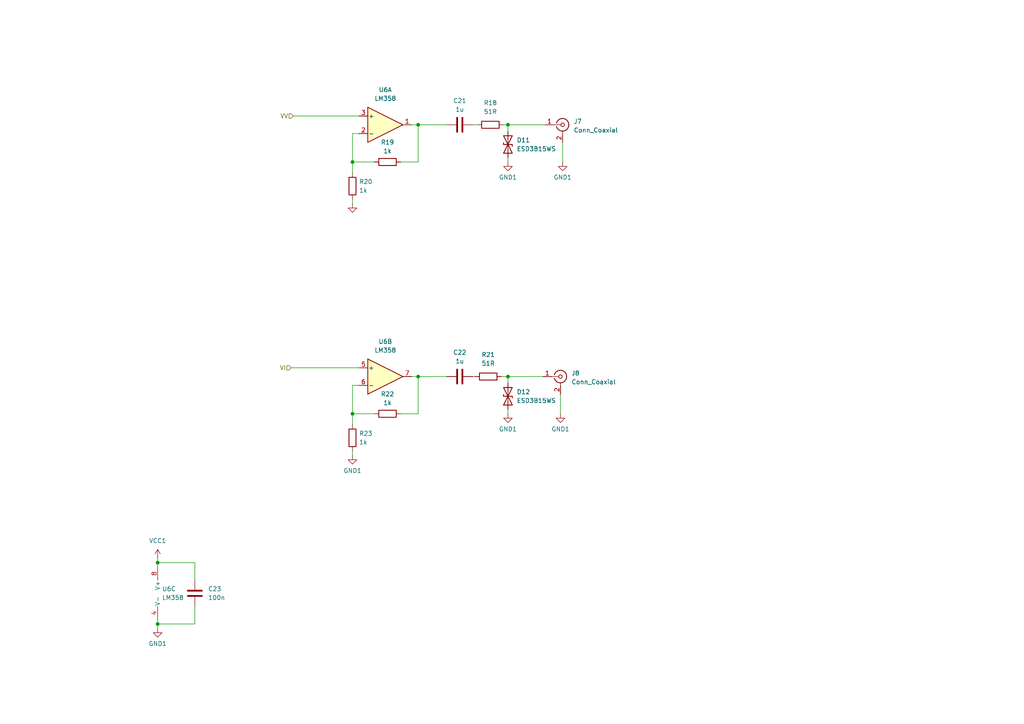
<source format=kicad_sch>
(kicad_sch (version 20231120) (generator "eeschema") (generator_version "8.0")
  (paper "A4")
  (lib_symbols
    (symbol "Amplifier_Operational:LM358" (pin_names (offset 0.127))
      (property "Reference" "U" (at 0 5.08 0))
      (property "Value" "LM358" (at 0 -5.08 0))
      (symbol "LM358_1_1"
        (polyline (pts (xy -5.08 5.08) (xy 5.08 0) (xy -5.08 -5.08) (xy -5.08 5.08)) (stroke (width 0.254)) (fill (type background)))
        (pin output line (at 7.62 0 180) (length 2.54) (name "~") (number "1"))
        (pin input line (at -7.62 -2.54 0) (length 2.54) (name "-") (number "2"))
        (pin input line (at -7.62 2.54 0) (length 2.54) (name "+") (number "3"))
      )
      (symbol "LM358_2_1"
        (polyline (pts (xy -5.08 5.08) (xy 5.08 0) (xy -5.08 -5.08) (xy -5.08 5.08)) (stroke (width 0.254)) (fill (type background)))
        (pin input line (at -7.62 2.54 0) (length 2.54) (name "+") (number "5"))
        (pin input line (at -7.62 -2.54 0) (length 2.54) (name "-") (number "6"))
        (pin output line (at 7.62 0 180) (length 2.54) (name "~") (number "7"))
      )
      (symbol "LM358_3_1"
        (pin power_in line (at -2.54 -7.62 90) (length 3.81) (name "V-") (number "4"))
        (pin power_in line (at -2.54 7.62 270) (length 3.81) (name "V+") (number "8"))
      )
    )
    (symbol "Connector:Conn_Coaxial" (pin_names (offset 1.016) hide)
      (property "Reference" "J" (at 0.254 3.048 0))
      (property "Value" "Conn_Coaxial" (at 2.921 0 90))
      (symbol "Conn_Coaxial_0_1"
        (arc (start -1.778 -0.508) (mid 0.2311 -1.8066) (end 1.778 0) (stroke (width 0.254)))
        (polyline (pts (xy -2.54 0) (xy -0.508 0)))
        (polyline (pts (xy 0 -2.54) (xy 0 -1.778)))
        (circle (center 0 0) (radius 0.508) (stroke (width 0.2032)))
        (arc (start 1.778 0) (mid 0.2099 1.8101) (end -1.778 0.508) (stroke (width 0.254)))
      )
      (symbol "Conn_Coaxial_1_1"
        (pin passive line (at -5.08 0 0) (length 2.54) (name "In") (number "1"))
        (pin passive line (at 0 -5.08 90) (length 2.54) (name "Ext") (number "2"))
      )
    )
    (symbol "Koszalix_Capacitors_Ceramic_Walsin_0603:CAP_100n_X7R" (pin_numbers hide) (pin_names (offset 0) hide)
      (property "Reference" "C" (at 3.81 1.27 0))
      (property "Value" "100n" (at 5.08 -1.27 0))
      (symbol "CAP_100n_X7R_0_1"
        (polyline (pts (xy -2.032 -0.762) (xy 2.032 -0.762)) (stroke (width 0.508)))
        (polyline (pts (xy -2.032 0.762) (xy 2.032 0.762)) (stroke (width 0.508)))
      )
      (symbol "CAP_100n_X7R_1_1"
        (pin passive line (at 0 3.81 270) (length 2.794) (name "~") (number "1"))
        (pin passive line (at 0 -3.81 90) (length 2.794) (name "~") (number "2"))
      )
    )
    (symbol "Koszalix_Capacitors_Ceramic_Walsin_0603:CAP_1u_X7R" (pin_numbers hide) (pin_names (offset 0) hide)
      (property "Reference" "C" (at 3.81 1.27 0))
      (property "Value" "1u" (at 5.08 -1.27 0))
      (symbol "CAP_1u_X7R_0_1"
        (polyline (pts (xy -2.032 -0.762) (xy 2.032 -0.762)) (stroke (width 0.508)))
        (polyline (pts (xy -2.032 0.762) (xy 2.032 0.762)) (stroke (width 0.508)))
      )
      (symbol "CAP_1u_X7R_1_1"
        (pin passive line (at 0 3.81 270) (length 2.794) (name "~") (number "1"))
        (pin passive line (at 0 -3.81 90) (length 2.794) (name "~") (number "2"))
      )
    )
    (symbol "Koszalix_PWR_Symbols:VCC1" (power) (in_bom no) (on_board no)
      (property "Value" "VCC1" (at 1.524 1.524 0))
      (symbol "VCC1_0_1"
        (polyline (pts (xy -0.762 1.27) (xy 0 2.54)))
        (polyline (pts (xy 0 0) (xy 0 2.54)))
        (polyline (pts (xy 0 2.54) (xy 0.762 1.27)))
      )
      (symbol "VCC1_1_1"
        (pin power_in line (at 0 0 0) (length 0) hide (name "VCC") (number "1"))
      )
    )
    (symbol "Koszalix_Resistors_Yageo_RC0603:RES_1k_0603" (pin_numbers hide) (pin_names (offset 0) hide)
      (property "Reference" "R" (at 2.54 1.27 0))
      (property "Value" "1k" (at 2.54 -1.27 0))
      (symbol "RES_1k_0603_0_1"
        (rectangle (start -1.016 -2.54) (end 1.016 2.54) (stroke (width 0.254)))
      )
      (symbol "RES_1k_0603_1_1"
        (pin passive line (at 0 3.81 270) (length 1.27) (name "~") (number "1"))
        (pin passive line (at 0 -3.81 90) (length 1.27) (name "~") (number "2"))
      )
    )
    (symbol "Koszalix_Resistors_Yageo_RC0603:RES_51R_0603" (pin_numbers hide) (pin_names (offset 0) hide)
      (property "Reference" "R" (at 2.54 1.27 0))
      (property "Value" "51R" (at 2.54 -1.27 0))
      (symbol "RES_51R_0603_0_1"
        (rectangle (start -1.016 -2.54) (end 1.016 2.54) (stroke (width 0.254)))
      )
      (symbol "RES_51R_0603_1_1"
        (pin passive line (at 0 3.81 270) (length 1.27) (name "~") (number "1"))
        (pin passive line (at 0 -3.81 90) (length 1.27) (name "~") (number "2"))
      )
    )
    (symbol "Koszalix_TVS:ESD3B15WS" (pin_numbers hide) (pin_names (offset 0) hide)
      (property "Reference" "D" (at 0 0 0))
      (property "Value" "ESD3B15WS" (at 0 0 0))
      (symbol "ESD3B15WS_0_1"
        (polyline (pts (xy 2.54 2.54) (xy 0 2.54)))
        (polyline (pts (xy 1.778 3.81) (xy 1.27 3.81) (xy 1.27 1.27) (xy 0.762 1.27)) (stroke (width 0.254)))
        (polyline (pts (xy -1.27 3.81) (xy -1.27 1.27) (xy 3.81 3.81) (xy 3.81 1.27) (xy -1.27 3.81)) (stroke (width 0.254)))
      )
      (symbol "ESD3B15WS_1_1"
        (pin passive line (at -2.54 2.54 0) (length 2.54) (name "A1") (number "1"))
        (pin passive line (at 5.08 2.54 180) (length 2.54) (name "A2") (number "2"))
      )
    )
    (symbol "power:GND1" (power) (pin_names (offset 0))
      (property "Value" "GND1" (at 0 -3.81 0))
      (symbol "GND1_0_1"
        (polyline (pts (xy 0 0) (xy 0 -1.27) (xy 1.27 -1.27) (xy 0 -2.54) (xy -1.27 -1.27) (xy 0 -1.27)))
      )
      (symbol "GND1_1_1"
        (pin power_in line (at 0 0 270) (length 0) hide (name "GND1") (number "1"))
      )
    )
  )
  (junction (at 121.285 109.22))
  (junction (at 102.235 120.015))
  (junction (at 147.32 36.195))
  (junction (at 121.285 36.195))
  (junction (at 45.72 180.975))
  (junction (at 102.235 46.99))
  (junction (at 45.72 163.195))
  (junction (at 147.32 109.22))
  (wire (pts (xy 147.32 109.22) (xy 147.32 111.125)))
  (wire (pts (xy 116.205 120.015) (xy 121.285 120.015)))
  (wire (pts (xy 121.285 36.195) (xy 121.285 46.99)))
  (wire (pts (xy 147.32 36.195) (xy 147.32 38.1)))
  (wire (pts (xy 85.09 33.655) (xy 104.14 33.655)))
  (wire (pts (xy 116.205 46.99) (xy 121.285 46.99)))
  (wire (pts (xy 56.515 163.195) (xy 56.515 168.275)))
  (wire (pts (xy 147.32 46.99) (xy 147.32 45.72)))
  (wire (pts (xy 146.05 36.195) (xy 147.32 36.195)))
  (wire (pts (xy 102.235 46.99) (xy 102.235 50.165)))
  (wire (pts (xy 119.38 109.22) (xy 121.285 109.22)))
  (wire (pts (xy 102.235 120.015) (xy 102.235 123.19)))
  (wire (pts (xy 102.235 120.015) (xy 108.585 120.015)))
  (wire (pts (xy 121.285 109.22) (xy 129.54 109.22)))
  (wire (pts (xy 102.235 130.81) (xy 102.235 132.08)))
  (wire (pts (xy 119.38 36.195) (xy 121.285 36.195)))
  (wire (pts (xy 45.72 163.195) (xy 56.515 163.195)))
  (wire (pts (xy 45.72 161.925) (xy 45.72 163.195)))
  (wire (pts (xy 137.16 36.195) (xy 138.43 36.195)))
  (wire (pts (xy 104.14 111.76) (xy 102.235 111.76)))
  (wire (pts (xy 102.235 46.99) (xy 108.585 46.99)))
  (wire (pts (xy 147.32 120.015) (xy 147.32 118.745)))
  (wire (pts (xy 162.56 114.3) (xy 162.56 120.015)))
  (wire (pts (xy 56.515 180.975) (xy 45.72 180.975)))
  (wire (pts (xy 147.32 109.22) (xy 157.48 109.22)))
  (wire (pts (xy 104.14 38.735) (xy 102.235 38.735)))
  (wire (pts (xy 147.32 36.195) (xy 158.115 36.195)))
  (wire (pts (xy 45.72 180.975) (xy 45.72 179.705)))
  (wire (pts (xy 56.515 175.895) (xy 56.515 180.975)))
  (wire (pts (xy 102.235 38.735) (xy 102.235 46.99)))
  (wire (pts (xy 102.235 57.785) (xy 102.235 59.055)))
  (wire (pts (xy 145.415 109.22) (xy 147.32 109.22)))
  (wire (pts (xy 45.72 182.245) (xy 45.72 180.975)))
  (wire (pts (xy 84.455 106.68) (xy 104.14 106.68)))
  (wire (pts (xy 163.195 41.275) (xy 163.195 46.99)))
  (wire (pts (xy 121.285 36.195) (xy 129.54 36.195)))
  (wire (pts (xy 121.285 109.22) (xy 121.285 120.015)))
  (wire (pts (xy 137.16 109.22) (xy 137.795 109.22)))
  (wire (pts (xy 102.235 111.76) (xy 102.235 120.015)))
  (wire (pts (xy 45.72 163.195) (xy 45.72 164.465)))
  (hierarchical_label "VV" (shape input) (at 85.09 33.655 180))
  (hierarchical_label "VI" (shape input) (at 84.455 106.68 180))
  (symbol (lib_id "Koszalix_PWR_Symbols:VCC1") (at 45.72 161.925 0) (unit 1) (in_bom no) (on_board no)
    (property "Reference" "#PWR071" (effects (hide yes)))
    (property "Value" "VCC1" (at 45.72 156.845 0))
  )
  (symbol (lib_id "Koszalix_Resistors_Yageo_RC0603:RES_1k_0603") (at 112.395 46.99 270) (unit 1)
    (property "Reference" "R19" (at 112.395 41.275 90))
    (property "Value" "1k" (at 112.395 43.815 90))
    (property "Footprint" "Resistor_SMD:R_0603_1608Metric" (effects (hide yes)))
    (property "Datasheet" "https://www.tme.eu/Document/d2a72e545e5c8eb7bf2a04fa97535928/rc0603yageo.pdf" (effects (hide yes)))
    (property "Description" "SMD Resistor" (effects (hide yes)))
    (property "Manufacturer" "YAGEO" (effects (hide yes)))
    (property "MPN" "RC0603FR-071k" (effects (hide yes)))
    (property "Maximum Working Voltage " "50 V" (effects (hide yes)))
    (property "Maximum Overload Voltage" "100 V" (effects (hide yes)))
    (property "Dielectric Withstanding Voltage " "100 V" (effects (hide yes)))
    (property "Temperature Coefficient" "200ppm" (effects (hide yes)))
    (property "Operating Temperature Range" "–55 °C to +155 °C" (effects (hide yes)))
    (property "Tolerance" "1%" (effects (hide yes)))
  )
  (symbol (lib_id "Koszalix_Capacitors_Ceramic_Walsin_0603:CAP_1u_X7R") (at 133.35 36.195 90) (unit 1)
    (property "Reference" "C21" (at 133.35 29.21 90))
    (property "Value" "1u" (at 133.35 31.75 90))
    (property "Footprint" "Capacitor_SMD:C_0603_1608Metric" (effects (hide yes)))
    (property "Datasheet" "https://www.tme.eu/Document/e45476bf270793f696988c4e93ce1237/ASC_General_Purpose.pdf" (effects (hide yes)))
    (property "Description" "SMD Capacitor" (effects (hide yes)))
    (property "Manufacturer" "Walsin" (effects (hide yes)))
    (property "MPN" "0603B105K500CT" (effects (hide yes)))
    (property "Tolerance" "10%" (effects (hide yes)))
    (property "Rated voltage" "50V" (effects (hide yes)))
    (property "Operating temperature" "-55°C to +125°C " (effects (hide yes)))
    (property "Capacitance characteristic" "±15%" (effects (hide yes)))
  )
  (symbol (lib_id "power:GND1") (at 163.195 46.99 0) (unit 1)
    (property "Reference" "#PWR066" (effects (hide yes)))
    (property "Value" "GND1" (at 163.195 51.435 0))
    (property "Description" "Power symbol creates a global label with name \"GND1\" , ground" (effects (hide yes)))
  )
  (symbol (lib_id "power:GND1") (at 102.235 132.08 0) (unit 1)
    (property "Reference" "#PWR070" (effects (hide yes)))
    (property "Value" "GND1" (at 102.235 136.525 0))
    (property "Description" "Power symbol creates a global label with name \"GND1\" , ground" (effects (hide yes)))
  )
  (symbol (lib_id "power:GND1") (at 147.32 46.99 0) (unit 1)
    (property "Reference" "#PWR065" (effects (hide yes)))
    (property "Value" "GND1" (at 147.32 51.435 0))
    (property "Description" "Power symbol creates a global label with name \"GND1\" , ground" (effects (hide yes)))
  )
  (symbol (lib_id "Koszalix_Resistors_Yageo_RC0603:RES_51R_0603") (at 141.605 109.22 90) (unit 1)
    (property "Reference" "R21" (at 141.605 102.87 90))
    (property "Value" "51R" (at 141.605 105.41 90))
    (property "Footprint" "Resistor_SMD:R_0603_1608Metric" (effects (hide yes)))
    (property "Datasheet" "https://www.tme.eu/Document/d2a72e545e5c8eb7bf2a04fa97535928/rc0603yageo.pdf" (effects (hide yes)))
    (property "Description" "SMD Resistor" (effects (hide yes)))
    (property "Manufacturer" "YAGEO" (effects (hide yes)))
    (property "MPN" "RC0603FR-0751R" (effects (hide yes)))
    (property "Maximum Working Voltage " "50 V" (effects (hide yes)))
    (property "Maximum Overload Voltage" "100 V" (effects (hide yes)))
    (property "Dielectric Withstanding Voltage " "100 V" (effects (hide yes)))
    (property "Temperature Coefficient" "200ppm" (effects (hide yes)))
    (property "Operating Temperature Range" "–55 °C to +155 °C" (effects (hide yes)))
    (property "Tolerance" "1%" (effects (hide yes)))
  )
  (symbol (lib_id "power:GND1") (at 45.72 182.245 0) (unit 1)
    (property "Reference" "#PWR072" (effects (hide yes)))
    (property "Value" "GND1" (at 45.72 186.69 0))
    (property "Description" "Power symbol creates a global label with name \"GND1\" , ground" (effects (hide yes)))
  )
  (symbol (lib_id "Koszalix_TVS:ESD3B15WS") (at 149.86 116.205 90) (unit 1)
    (property "Reference" "D12" (at 149.86 113.6649 90) (effects (justify right)))
    (property "Value" "ESD3B15WS" (at 149.86 116.2049 90) (effects (justify right)))
    (property "Footprint" "Diode_SMD:D_SOD-323_HandSoldering" (effects (hide yes)))
    (property "Datasheet" "https://www.tme.eu/Document/88a52fd2eb5b4d5ee459bc1d3a0ee07e/esd3b5v0ws.pdf" (effects (hide yes)))
  )
  (symbol (lib_id "Koszalix_Capacitors_Ceramic_Walsin_0603:CAP_100n_X7R") (at 56.515 172.085 0) (unit 1)
    (property "Reference" "C23" (at 60.325 170.8149 0) (effects (justify left)))
    (property "Value" "100n" (at 60.325 173.3549 0) (effects (justify left)))
    (property "Footprint" "Capacitor_SMD:C_0603_1608Metric" (effects (hide yes)))
    (property "Datasheet" "https://www.tme.eu/Document/e45476bf270793f696988c4e93ce1237/ASC_General_Purpose.pdf" (effects (hide yes)))
    (property "Description" "SMD Capacitor" (effects (hide yes)))
    (property "Manufacturer" "Walsin" (effects (hide yes)))
    (property "MPN" "0603B104K500CT" (effects (hide yes)))
    (property "Tolerance" "10%" (effects (hide yes)))
    (property "Rated voltage" "50V" (effects (hide yes)))
    (property "Operating temperature" "-55°C to +125°C " (effects (hide yes)))
    (property "Capacitance characteristic" "±15%" (effects (hide yes)))
  )
  (symbol (lib_id "Koszalix_Resistors_Yageo_RC0603:RES_1k_0603") (at 112.395 120.015 270) (unit 1)
    (property "Reference" "R22" (at 112.395 114.3 90))
    (property "Value" "1k" (at 112.395 116.84 90))
    (property "Footprint" "Resistor_SMD:R_0603_1608Metric" (effects (hide yes)))
    (property "Datasheet" "https://www.tme.eu/Document/d2a72e545e5c8eb7bf2a04fa97535928/rc0603yageo.pdf" (effects (hide yes)))
    (property "Description" "SMD Resistor" (effects (hide yes)))
    (property "Manufacturer" "YAGEO" (effects (hide yes)))
    (property "MPN" "RC0603FR-071k" (effects (hide yes)))
    (property "Maximum Working Voltage " "50 V" (effects (hide yes)))
    (property "Maximum Overload Voltage" "100 V" (effects (hide yes)))
    (property "Dielectric Withstanding Voltage " "100 V" (effects (hide yes)))
    (property "Temperature Coefficient" "200ppm" (effects (hide yes)))
    (property "Operating Temperature Range" "–55 °C to +155 °C" (effects (hide yes)))
    (property "Tolerance" "1%" (effects (hide yes)))
  )
  (symbol (lib_id "Connector:Conn_Coaxial") (at 163.195 36.195 0) (unit 1)
    (property "Reference" "J7" (at 166.37 35.2181 0) (effects (justify left)))
    (property "Value" "Conn_Coaxial" (at 166.37 37.7581 0) (effects (justify left)))
    (property "Footprint" "Connector_Coaxial:BNC_Amphenol_B6252HB-NPP3G-50_Horizontal" (effects (hide yes)))
    (property "Datasheet" " ~" (effects (hide yes)))
    (property "Description" "coaxial connector (BNC, SMA, SMB, SMC, Cinch/RCA, LEMO, ...)" (effects (hide yes)))
  )
  (symbol (lib_id "Koszalix_TVS:ESD3B15WS") (at 149.86 43.18 90) (unit 1)
    (property "Reference" "D11" (at 149.86 40.6399 90) (effects (justify right)))
    (property "Value" "ESD3B15WS" (at 149.86 43.1799 90) (effects (justify right)))
    (property "Footprint" "Diode_SMD:D_SOD-323_HandSoldering" (effects (hide yes)))
    (property "Datasheet" "https://www.tme.eu/Document/88a52fd2eb5b4d5ee459bc1d3a0ee07e/esd3b5v0ws.pdf" (effects (hide yes)))
  )
  (symbol (lib_id "power:GND1") (at 102.235 59.055 0) (unit 1)
    (property "Reference" "#PWR067" (effects (hide yes)))
    (property "Value" "GND1" (effects (hide yes)))
    (property "Description" "Power symbol creates a global label with name \"GND1\" , ground" (effects (hide yes)))
  )
  (symbol (lib_id "Koszalix_Capacitors_Ceramic_Walsin_0603:CAP_1u_X7R") (at 133.35 109.22 90) (unit 1)
    (property "Reference" "C22" (at 133.35 102.235 90))
    (property "Value" "1u" (at 133.35 104.775 90))
    (property "Footprint" "Capacitor_SMD:C_0603_1608Metric" (effects (hide yes)))
    (property "Datasheet" "https://www.tme.eu/Document/e45476bf270793f696988c4e93ce1237/ASC_General_Purpose.pdf" (effects (hide yes)))
    (property "Description" "SMD Capacitor" (effects (hide yes)))
    (property "Manufacturer" "Walsin" (effects (hide yes)))
    (property "MPN" "0603B105K500CT" (effects (hide yes)))
    (property "Tolerance" "10%" (effects (hide yes)))
    (property "Rated voltage" "50V" (effects (hide yes)))
    (property "Operating temperature" "-55°C to +125°C " (effects (hide yes)))
    (property "Capacitance characteristic" "±15%" (effects (hide yes)))
  )
  (symbol (lib_id "Koszalix_Resistors_Yageo_RC0603:RES_51R_0603") (at 142.24 36.195 90) (unit 1)
    (property "Reference" "R18" (at 142.24 29.845 90))
    (property "Value" "51R" (at 142.24 32.385 90))
    (property "Footprint" "Resistor_SMD:R_0603_1608Metric" (effects (hide yes)))
    (property "Datasheet" "https://www.tme.eu/Document/d2a72e545e5c8eb7bf2a04fa97535928/rc0603yageo.pdf" (effects (hide yes)))
    (property "Description" "SMD Resistor" (effects (hide yes)))
    (property "Manufacturer" "YAGEO" (effects (hide yes)))
    (property "MPN" "RC0603FR-0751R" (effects (hide yes)))
    (property "Maximum Working Voltage " "50 V" (effects (hide yes)))
    (property "Maximum Overload Voltage" "100 V" (effects (hide yes)))
    (property "Dielectric Withstanding Voltage " "100 V" (effects (hide yes)))
    (property "Temperature Coefficient" "200ppm" (effects (hide yes)))
    (property "Operating Temperature Range" "–55 °C to +155 °C" (effects (hide yes)))
    (property "Tolerance" "1%" (effects (hide yes)))
  )
  (symbol (lib_id "Amplifier_Operational:LM358") (at 111.76 109.22 0) (unit 2)
    (property "Reference" "U6" (at 111.76 99.06 0))
    (property "Value" "LM358" (at 111.76 101.6 0))
    (property "Footprint" "Package_SO:SO-8_3.9x4.9mm_P1.27mm" (effects (hide yes)))
    (property "Datasheet" "http://www.ti.com/lit/ds/symlink/lm2904-n.pdf" (effects (hide yes)))
    (property "Description" "Low-Power, Dual Operational Amplifiers, DIP-8/SOIC-8/TO-99-8" (effects (hide yes)))
  )
  (symbol (lib_id "Amplifier_Operational:LM358") (at 111.76 36.195 0) (unit 1)
    (property "Reference" "U6" (at 111.76 26.035 0))
    (property "Value" "LM358" (at 111.76 28.575 0))
    (property "Footprint" "Package_SO:SO-8_3.9x4.9mm_P1.27mm" (effects (hide yes)))
    (property "Datasheet" "http://www.ti.com/lit/ds/symlink/lm2904-n.pdf" (effects (hide yes)))
    (property "Description" "Low-Power, Dual Operational Amplifiers, DIP-8/SOIC-8/TO-99-8" (effects (hide yes)))
  )
  (symbol (lib_id "power:GND1") (at 162.56 120.015 0) (unit 1)
    (property "Reference" "#PWR069" (effects (hide yes)))
    (property "Value" "GND1" (at 162.56 124.46 0))
    (property "Description" "Power symbol creates a global label with name \"GND1\" , ground" (effects (hide yes)))
  )
  (symbol (lib_id "power:GND1") (at 147.32 120.015 0) (unit 1)
    (property "Reference" "#PWR068" (effects (hide yes)))
    (property "Value" "GND1" (at 147.32 124.46 0))
    (property "Description" "Power symbol creates a global label with name \"GND1\" , ground" (effects (hide yes)))
  )
  (symbol (lib_id "Connector:Conn_Coaxial") (at 162.56 109.22 0) (unit 1)
    (property "Reference" "J8" (at 165.735 108.2431 0) (effects (justify left)))
    (property "Value" "Conn_Coaxial" (at 165.735 110.7831 0) (effects (justify left)))
    (property "Footprint" "Connector_Coaxial:BNC_Amphenol_B6252HB-NPP3G-50_Horizontal" (effects (hide yes)))
    (property "Datasheet" " ~" (effects (hide yes)))
    (property "Description" "coaxial connector (BNC, SMA, SMB, SMC, Cinch/RCA, LEMO, ...)" (effects (hide yes)))
  )
  (symbol (lib_id "Amplifier_Operational:LM358") (at 48.26 172.085 0) (unit 3)
    (property "Reference" "U6" (at 46.99 170.8149 0) (effects (justify left)))
    (property "Value" "LM358" (at 46.99 173.3549 0) (effects (justify left)))
    (property "Footprint" "Package_SO:SO-8_3.9x4.9mm_P1.27mm" (effects (hide yes)))
    (property "Datasheet" "http://www.ti.com/lit/ds/symlink/lm2904-n.pdf" (effects (hide yes)))
    (property "Description" "Low-Power, Dual Operational Amplifiers, DIP-8/SOIC-8/TO-99-8" (effects (hide yes)))
  )
  (symbol (lib_id "Koszalix_Resistors_Yageo_RC0603:RES_1k_0603") (at 102.235 53.975 180) (unit 1)
    (property "Reference" "R20" (at 104.14 52.7049 0) (effects (justify right)))
    (property "Value" "1k" (at 104.14 55.2449 0) (effects (justify right)))
    (property "Footprint" "Resistor_SMD:R_0603_1608Metric" (effects (hide yes)))
    (property "Datasheet" "https://www.tme.eu/Document/d2a72e545e5c8eb7bf2a04fa97535928/rc0603yageo.pdf" (effects (hide yes)))
    (property "Description" "SMD Resistor" (effects (hide yes)))
    (property "Manufacturer" "YAGEO" (effects (hide yes)))
    (property "MPN" "RC0603FR-071k" (effects (hide yes)))
    (property "Maximum Working Voltage " "50 V" (effects (hide yes)))
    (property "Maximum Overload Voltage" "100 V" (effects (hide yes)))
    (property "Dielectric Withstanding Voltage " "100 V" (effects (hide yes)))
    (property "Temperature Coefficient" "200ppm" (effects (hide yes)))
    (property "Operating Temperature Range" "–55 °C to +155 °C" (effects (hide yes)))
    (property "Tolerance" "1%" (effects (hide yes)))
  )
  (symbol (lib_id "Koszalix_Resistors_Yageo_RC0603:RES_1k_0603") (at 102.235 127 180) (unit 1)
    (property "Reference" "R23" (at 104.14 125.7299 0) (effects (justify right)))
    (property "Value" "1k" (at 104.14 128.2699 0) (effects (justify right)))
    (property "Footprint" "Resistor_SMD:R_0603_1608Metric" (effects (hide yes)))
    (property "Datasheet" "https://www.tme.eu/Document/d2a72e545e5c8eb7bf2a04fa97535928/rc0603yageo.pdf" (effects (hide yes)))
    (property "Description" "SMD Resistor" (effects (hide yes)))
    (property "Manufacturer" "YAGEO" (effects (hide yes)))
    (property "MPN" "RC0603FR-071k" (effects (hide yes)))
    (property "Maximum Working Voltage " "50 V" (effects (hide yes)))
    (property "Maximum Overload Voltage" "100 V" (effects (hide yes)))
    (property "Dielectric Withstanding Voltage " "100 V" (effects (hide yes)))
    (property "Temperature Coefficient" "200ppm" (effects (hide yes)))
    (property "Operating Temperature Range" "–55 °C to +155 °C" (effects (hide yes)))
    (property "Tolerance" "1%" (effects (hide yes)))
  )
)
</source>
